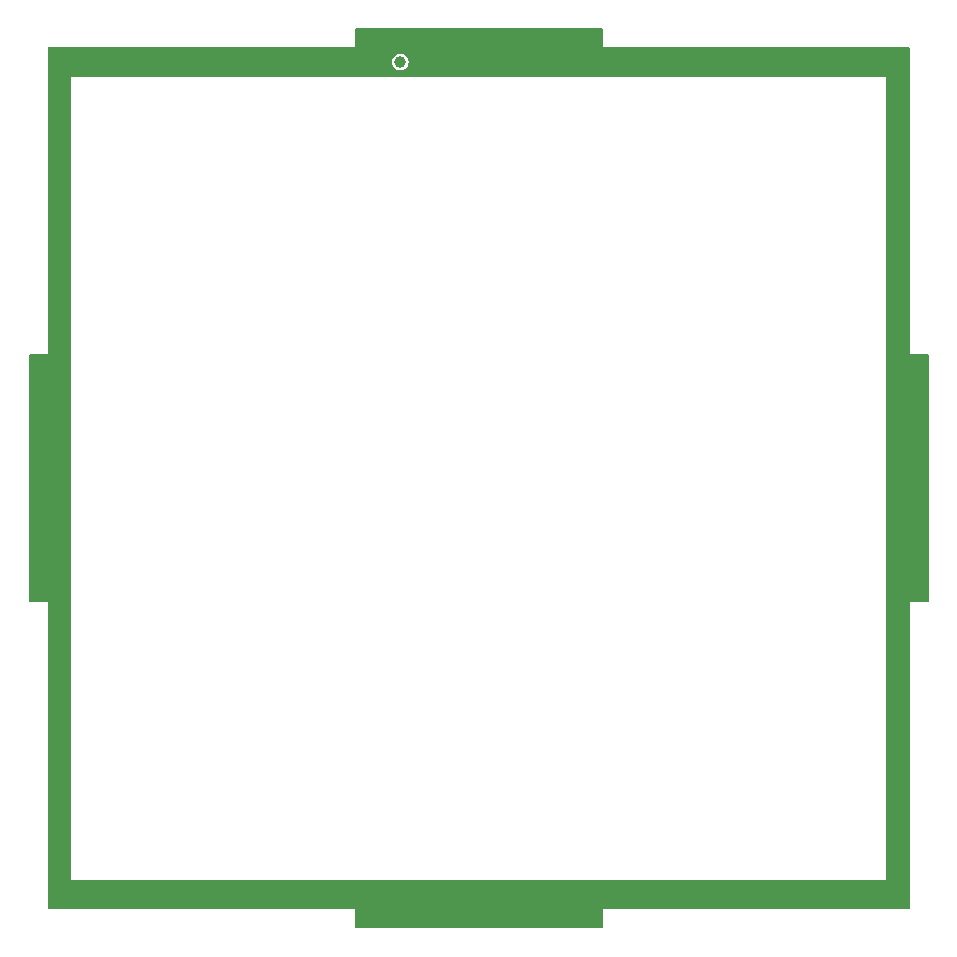
<source format=gbr>
%TF.GenerationSoftware,KiCad,Pcbnew,7.0.5-0*%
%TF.CreationDate,2024-04-01T20:36:26-04:00*%
%TF.ProjectId,swr_meter_front2,7377725f-6d65-4746-9572-5f66726f6e74,rev?*%
%TF.SameCoordinates,Original*%
%TF.FileFunction,Copper,L2,Bot*%
%TF.FilePolarity,Positive*%
%FSLAX46Y46*%
G04 Gerber Fmt 4.6, Leading zero omitted, Abs format (unit mm)*
G04 Created by KiCad (PCBNEW 7.0.5-0) date 2024-04-01 20:36:26*
%MOMM*%
%LPD*%
G01*
G04 APERTURE LIST*
%TA.AperFunction,SMDPad,CuDef*%
%ADD10C,1.000000*%
%TD*%
G04 APERTURE END LIST*
D10*
%TO.P,TP5,1,1*%
%TO.N,N/C*%
X128859460Y-28266000D03*
%TD*%
%TA.AperFunction,NonConductor*%
G36*
X145957491Y-25419713D02*
G01*
X145994036Y-25470013D01*
X145998960Y-25501100D01*
X145998960Y-27000098D01*
X145999076Y-27000382D01*
X145999077Y-27000383D01*
X145999460Y-27000541D01*
X145999462Y-27000539D01*
X146019446Y-27000521D01*
X146019446Y-27000529D01*
X146019595Y-27000500D01*
X171898898Y-27000500D01*
X171958029Y-27019713D01*
X171994574Y-27070013D01*
X171999498Y-27101099D01*
X171999481Y-27936571D01*
X171998960Y-52983952D01*
X171998919Y-52999999D01*
X171999138Y-53000541D01*
X171999459Y-53000540D01*
X171999460Y-53000541D01*
X171999460Y-53000540D01*
X172019430Y-53000527D01*
X172019566Y-53000500D01*
X173498360Y-53000500D01*
X173557491Y-53019713D01*
X173594036Y-53070013D01*
X173598960Y-53101100D01*
X173598960Y-73898900D01*
X173579747Y-73958031D01*
X173529447Y-73994576D01*
X173498360Y-73999500D01*
X172020106Y-73999500D01*
X172019900Y-73999459D01*
X171999997Y-73999459D01*
X171999879Y-73999508D01*
X171999617Y-73999615D01*
X171999616Y-73999616D01*
X171999458Y-73999997D01*
X171999473Y-74019970D01*
X171999500Y-74020106D01*
X171999500Y-99898900D01*
X171980287Y-99958031D01*
X171929987Y-99994576D01*
X171898900Y-99999500D01*
X146020106Y-99999500D01*
X146019900Y-99999459D01*
X145999997Y-99999459D01*
X145999879Y-99999508D01*
X145999617Y-99999615D01*
X145999616Y-99999616D01*
X145999458Y-99999997D01*
X145999473Y-100019970D01*
X145999500Y-100020106D01*
X145999500Y-101498900D01*
X145980287Y-101558031D01*
X145929987Y-101594576D01*
X145898900Y-101599500D01*
X125101100Y-101599500D01*
X125041969Y-101580287D01*
X125005424Y-101529987D01*
X125000500Y-101498900D01*
X125000500Y-100020106D01*
X125000526Y-100019970D01*
X125000541Y-99999997D01*
X125000383Y-99999616D01*
X125000120Y-99999508D01*
X125000002Y-99999459D01*
X124980100Y-99999459D01*
X124979894Y-99999500D01*
X99101100Y-99999500D01*
X99041969Y-99980287D01*
X99005424Y-99929987D01*
X99000500Y-99898900D01*
X99000500Y-97480460D01*
X100999424Y-97480460D01*
X100999458Y-97500000D01*
X100999535Y-97500184D01*
X100999617Y-97500384D01*
X100999997Y-97500541D01*
X100999999Y-97500540D01*
X101000000Y-97500541D01*
X101000000Y-97500540D01*
X101019970Y-97500527D01*
X101020106Y-97500500D01*
X143965901Y-97500500D01*
X169975894Y-97500500D01*
X169976029Y-97500527D01*
X169976030Y-97500527D01*
X169995999Y-97500540D01*
X169996000Y-97500541D01*
X169996000Y-97500540D01*
X169996002Y-97500541D01*
X169996382Y-97500384D01*
X169996382Y-97500383D01*
X169996383Y-97500383D01*
X169996500Y-97500099D01*
X169996541Y-97500000D01*
X169996575Y-97480460D01*
X169996500Y-97480077D01*
X169996500Y-58999908D01*
X169996504Y-58966827D01*
X170000497Y-29508444D01*
X170000539Y-29500002D01*
X170000541Y-29500000D01*
X170000383Y-29499617D01*
X170000382Y-29499616D01*
X170000120Y-29499508D01*
X170000002Y-29499459D01*
X169980100Y-29499459D01*
X169979894Y-29499500D01*
X101020106Y-29499500D01*
X101019900Y-29499459D01*
X100999997Y-29499459D01*
X100999879Y-29499508D01*
X100999617Y-29499615D01*
X100999616Y-29499616D01*
X100999458Y-29499997D01*
X100999473Y-29519970D01*
X100999500Y-29520106D01*
X100999500Y-97480077D01*
X100999424Y-97480460D01*
X99000500Y-97480460D01*
X99000500Y-74020106D01*
X99000526Y-74019970D01*
X99000541Y-73999997D01*
X99000383Y-73999616D01*
X99000120Y-73999508D01*
X99000002Y-73999459D01*
X98980100Y-73999459D01*
X98979894Y-73999500D01*
X97501100Y-73999500D01*
X97441969Y-73980287D01*
X97405424Y-73929987D01*
X97400500Y-73898900D01*
X97400500Y-53101100D01*
X97419713Y-53041969D01*
X97470013Y-53005424D01*
X97501100Y-53000500D01*
X98979894Y-53000500D01*
X98980029Y-53000527D01*
X98980030Y-53000527D01*
X98999999Y-53000540D01*
X99000000Y-53000541D01*
X99000000Y-53000540D01*
X99000002Y-53000541D01*
X99000382Y-53000384D01*
X99000382Y-53000383D01*
X99000383Y-53000383D01*
X99000500Y-53000099D01*
X99000541Y-53000000D01*
X99000541Y-52999999D01*
X99000575Y-52980460D01*
X99000500Y-52980077D01*
X99000500Y-28266000D01*
X128150592Y-28266000D01*
X128171190Y-28435642D01*
X128231789Y-28595427D01*
X128231789Y-28595428D01*
X128328864Y-28736065D01*
X128328868Y-28736069D01*
X128456774Y-28849385D01*
X128456775Y-28849386D01*
X128456777Y-28849387D01*
X128608088Y-28928801D01*
X128608089Y-28928801D01*
X128608092Y-28928803D01*
X128774015Y-28969700D01*
X128774019Y-28969700D01*
X128944901Y-28969700D01*
X128944905Y-28969700D01*
X129110828Y-28928803D01*
X129262143Y-28849387D01*
X129390055Y-28736066D01*
X129487131Y-28595427D01*
X129547730Y-28435643D01*
X129568328Y-28266000D01*
X129547730Y-28096357D01*
X129487131Y-27936573D01*
X129390055Y-27795934D01*
X129390051Y-27795930D01*
X129262145Y-27682614D01*
X129262144Y-27682613D01*
X129110830Y-27603198D01*
X129110832Y-27603198D01*
X128944905Y-27562300D01*
X128774015Y-27562300D01*
X128774014Y-27562300D01*
X128608088Y-27603198D01*
X128456775Y-27682613D01*
X128456774Y-27682614D01*
X128328868Y-27795930D01*
X128328864Y-27795934D01*
X128231789Y-27936571D01*
X128231789Y-27936572D01*
X128171190Y-28096357D01*
X128150592Y-28266000D01*
X99000500Y-28266000D01*
X99000500Y-27101099D01*
X99019713Y-27041968D01*
X99070013Y-27005423D01*
X99101100Y-27000499D01*
X124979354Y-27000499D01*
X124979489Y-27000526D01*
X124979490Y-27000526D01*
X124999459Y-27000539D01*
X124999460Y-27000540D01*
X124999460Y-27000539D01*
X124999462Y-27000540D01*
X124999842Y-27000383D01*
X124999842Y-27000382D01*
X124999843Y-27000382D01*
X124999960Y-27000098D01*
X125000001Y-26999999D01*
X125000035Y-26980459D01*
X124999960Y-26980076D01*
X124999960Y-25501100D01*
X125019173Y-25441969D01*
X125069473Y-25405424D01*
X125100560Y-25400500D01*
X145898360Y-25400500D01*
X145957491Y-25419713D01*
G37*
%TD.AperFunction*%
M02*

</source>
